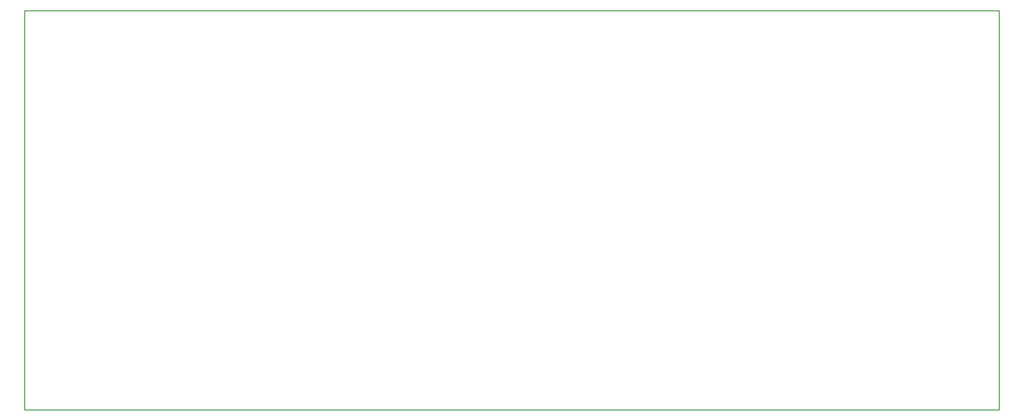
<source format=gbr>
%TF.GenerationSoftware,KiCad,Pcbnew,9.0.4*%
%TF.CreationDate,2025-10-16T13:30:05+09:00*%
%TF.ProjectId,HAM_Seminar,48414d5f-5365-46d6-996e-61722e6b6963,rev?*%
%TF.SameCoordinates,Original*%
%TF.FileFunction,Profile,NP*%
%FSLAX46Y46*%
G04 Gerber Fmt 4.6, Leading zero omitted, Abs format (unit mm)*
G04 Created by KiCad (PCBNEW 9.0.4) date 2025-10-16 13:30:05*
%MOMM*%
%LPD*%
G01*
G04 APERTURE LIST*
%TA.AperFunction,Profile*%
%ADD10C,0.050000*%
%TD*%
G04 APERTURE END LIST*
D10*
X165000000Y-73000000D02*
X260000000Y-73000000D01*
X260000000Y-112000000D01*
X165000000Y-112000000D01*
X165000000Y-73000000D01*
M02*

</source>
